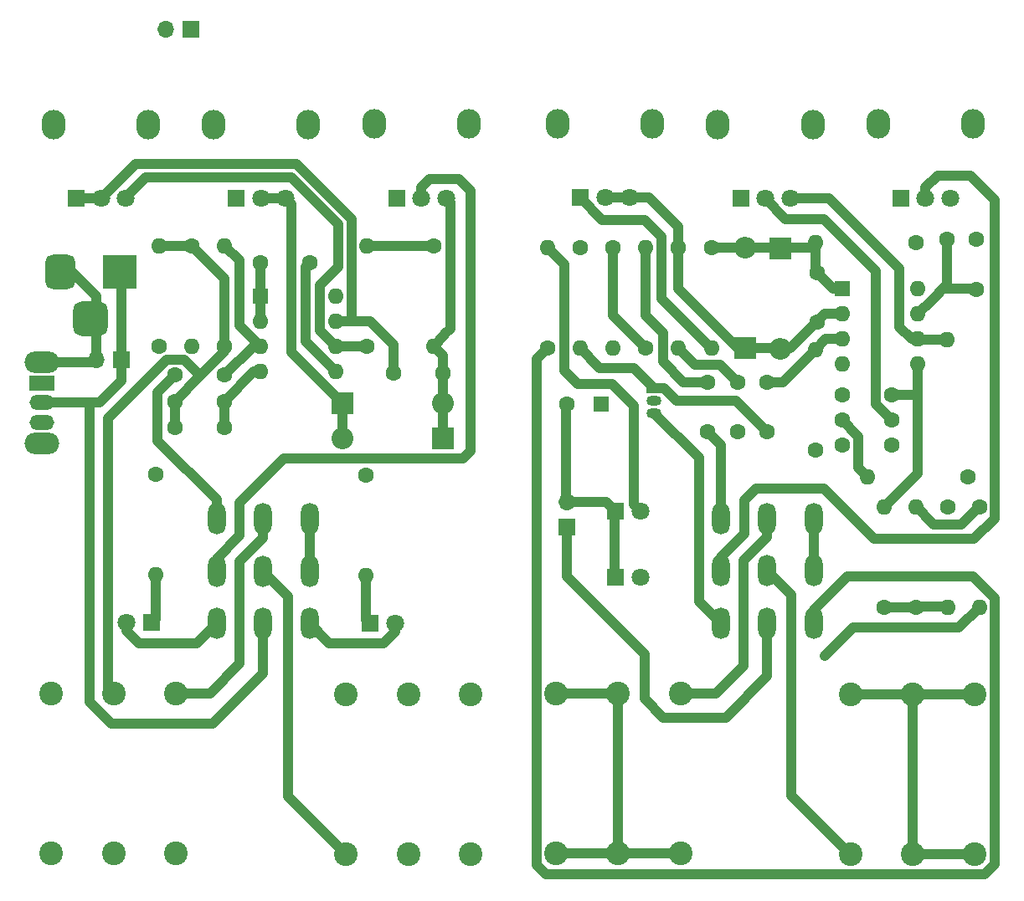
<source format=gbr>
%TF.GenerationSoftware,KiCad,Pcbnew,8.0.6*%
%TF.CreationDate,2024-12-07T22:30:06+02:00*%
%TF.ProjectId,DistorsionPedals,44697374-6f72-4736-996f-6e506564616c,rev?*%
%TF.SameCoordinates,Original*%
%TF.FileFunction,Copper,L1,Top*%
%TF.FilePolarity,Positive*%
%FSLAX46Y46*%
G04 Gerber Fmt 4.6, Leading zero omitted, Abs format (unit mm)*
G04 Created by KiCad (PCBNEW 8.0.6) date 2024-12-07 22:30:06*
%MOMM*%
%LPD*%
G01*
G04 APERTURE LIST*
G04 Aperture macros list*
%AMRoundRect*
0 Rectangle with rounded corners*
0 $1 Rounding radius*
0 $2 $3 $4 $5 $6 $7 $8 $9 X,Y pos of 4 corners*
0 Add a 4 corners polygon primitive as box body*
4,1,4,$2,$3,$4,$5,$6,$7,$8,$9,$2,$3,0*
0 Add four circle primitives for the rounded corners*
1,1,$1+$1,$2,$3*
1,1,$1+$1,$4,$5*
1,1,$1+$1,$6,$7*
1,1,$1+$1,$8,$9*
0 Add four rect primitives between the rounded corners*
20,1,$1+$1,$2,$3,$4,$5,0*
20,1,$1+$1,$4,$5,$6,$7,0*
20,1,$1+$1,$6,$7,$8,$9,0*
20,1,$1+$1,$8,$9,$2,$3,0*%
G04 Aperture macros list end*
%TA.AperFunction,ComponentPad*%
%ADD10O,2.400000X3.000000*%
%TD*%
%TA.AperFunction,ComponentPad*%
%ADD11R,1.800000X1.800000*%
%TD*%
%TA.AperFunction,ComponentPad*%
%ADD12C,1.800000*%
%TD*%
%TA.AperFunction,ComponentPad*%
%ADD13C,1.600000*%
%TD*%
%TA.AperFunction,ComponentPad*%
%ADD14O,1.600000X1.600000*%
%TD*%
%TA.AperFunction,ComponentPad*%
%ADD15C,2.400000*%
%TD*%
%TA.AperFunction,ComponentPad*%
%ADD16R,1.500000X1.050000*%
%TD*%
%TA.AperFunction,ComponentPad*%
%ADD17O,1.500000X1.050000*%
%TD*%
%TA.AperFunction,ComponentPad*%
%ADD18R,2.200000X2.200000*%
%TD*%
%TA.AperFunction,ComponentPad*%
%ADD19O,2.200000X2.200000*%
%TD*%
%TA.AperFunction,ComponentPad*%
%ADD20R,1.700000X1.700000*%
%TD*%
%TA.AperFunction,ComponentPad*%
%ADD21O,1.700000X1.700000*%
%TD*%
%TA.AperFunction,ComponentPad*%
%ADD22R,1.600000X1.600000*%
%TD*%
%TA.AperFunction,ComponentPad*%
%ADD23O,1.800000X3.200000*%
%TD*%
%TA.AperFunction,ComponentPad*%
%ADD24O,3.500000X2.200000*%
%TD*%
%TA.AperFunction,ComponentPad*%
%ADD25R,2.500000X1.500000*%
%TD*%
%TA.AperFunction,ComponentPad*%
%ADD26O,2.500000X1.500000*%
%TD*%
%TA.AperFunction,ComponentPad*%
%ADD27R,3.500000X3.500000*%
%TD*%
%TA.AperFunction,ComponentPad*%
%ADD28RoundRect,0.750000X-0.750000X-1.000000X0.750000X-1.000000X0.750000X1.000000X-0.750000X1.000000X0*%
%TD*%
%TA.AperFunction,ComponentPad*%
%ADD29RoundRect,0.875000X-0.875000X-0.875000X0.875000X-0.875000X0.875000X0.875000X-0.875000X0.875000X0*%
%TD*%
%TA.AperFunction,ViaPad*%
%ADD30C,0.600000*%
%TD*%
%TA.AperFunction,Conductor*%
%ADD31C,1.000000*%
%TD*%
G04 APERTURE END LIST*
D10*
%TO.P,RV2,*%
%TO.N,*%
X177975049Y-62050304D03*
X187575049Y-62050304D03*
D11*
%TO.P,RV2,1,1*%
%TO.N,Net-(U1B-+)*%
X180275049Y-69550304D03*
D12*
%TO.P,RV2,2,2*%
%TO.N,Net-(C8-Pad2)*%
X182775049Y-69550304D03*
%TO.P,RV2,3,3*%
%TO.N,Net-(U1B--)*%
X185275049Y-69550304D03*
%TD*%
D13*
%TO.P,C7,1*%
%TO.N,GND*%
X190535049Y-89395304D03*
%TO.P,C7,2*%
%TO.N,Net-(U1B-+)*%
X195535049Y-89395304D03*
%TD*%
%TO.P,R14,1*%
%TO.N,N/C*%
X160755049Y-84655304D03*
D14*
%TO.P,R14,2*%
%TO.N,Net-(D4-A)*%
X160755049Y-74495304D03*
%TD*%
D15*
%TO.P,J2,CGND*%
%TO.N,+4.5V*%
X203975049Y-119725304D03*
%TO.P,J2,GND*%
X203975049Y-135925304D03*
%TO.P,J2,L*%
%TO.N,N/C*%
X191375049Y-135925304D03*
%TO.P,J2,LGND*%
%TO.N,+4.5V*%
X191375049Y-119725304D03*
%TO.P,J2,R*%
X197675049Y-135925304D03*
%TO.P,J2,RGND*%
X197675049Y-119725304D03*
%TD*%
D11*
%TO.P,D4,1,K*%
%TO.N,GND*%
X167575049Y-101150304D03*
D12*
%TO.P,D4,2,A*%
%TO.N,Net-(D4-A)*%
X170115049Y-101150304D03*
%TD*%
D13*
%TO.P,R8,1*%
%TO.N,N/C*%
X177315049Y-74505304D03*
D14*
%TO.P,R8,2*%
X177315049Y-84665304D03*
%TD*%
D13*
%TO.P,R6,1*%
%TO.N,Net-(D1-K)*%
X173955049Y-74495304D03*
D14*
%TO.P,R6,2*%
%TO.N,Net-(C4-Pad1)*%
X173955049Y-84655304D03*
%TD*%
D10*
%TO.P,RV3,*%
%TO.N,*%
X194175049Y-62000304D03*
X203775049Y-62000304D03*
D11*
%TO.P,RV3,1,1*%
%TO.N,N/C*%
X196475049Y-69500304D03*
D12*
%TO.P,RV3,2,2*%
X198975049Y-69500304D03*
%TO.P,RV3,3,3*%
%TO.N,GND*%
X201475049Y-69500304D03*
%TD*%
D13*
%TO.P,R5,1*%
%TO.N,GND*%
X164055049Y-74515304D03*
D14*
%TO.P,R5,2*%
%TO.N,N/C*%
X164055049Y-84675304D03*
%TD*%
D11*
%TO.P,D3,1,K*%
%TO.N,GND*%
X167575049Y-107900304D03*
D12*
%TO.P,D3,2,A*%
%TO.N,N/C*%
X170115049Y-107900304D03*
%TD*%
D13*
%TO.P,R4,1*%
%TO.N,N/C*%
X167375049Y-74520304D03*
D14*
%TO.P,R4,2*%
%TO.N,+4.5V*%
X167375049Y-84680304D03*
%TD*%
D16*
%TO.P,Q1,1,E*%
%TO.N,N/C*%
X171545049Y-88695304D03*
D17*
%TO.P,Q1,2,B*%
X171545049Y-89965304D03*
%TO.P,Q1,3,C*%
%TO.N,+9V*%
X171545049Y-91235304D03*
%TD*%
D13*
%TO.P,R10,1*%
%TO.N,+4.5V*%
X194805049Y-110910304D03*
D14*
%TO.P,R10,2*%
%TO.N,Net-(U1B-+)*%
X194805049Y-100750304D03*
%TD*%
D13*
%TO.P,R3,1*%
%TO.N,N/C*%
X170655049Y-84675304D03*
D14*
%TO.P,R3,2*%
%TO.N,Net-(C1-Pad2)*%
X170655049Y-74515304D03*
%TD*%
D10*
%TO.P,RV1,*%
%TO.N,*%
X161775049Y-61975304D03*
X171375049Y-61975304D03*
D11*
%TO.P,RV1,1,1*%
%TO.N,N/C*%
X164075049Y-69475304D03*
D12*
%TO.P,RV1,2,2*%
%TO.N,Net-(D1-K)*%
X166575049Y-69475304D03*
%TO.P,RV1,3,3*%
X169075049Y-69475304D03*
%TD*%
D13*
%TO.P,R7,1*%
%TO.N,+4.5V*%
X187815049Y-94995304D03*
D14*
%TO.P,R7,2*%
%TO.N,Net-(U1A-+)*%
X187815049Y-84835304D03*
%TD*%
D13*
%TO.P,C3,1*%
%TO.N,GND*%
X195555049Y-94515304D03*
%TO.P,C3,2*%
%TO.N,+4.5V*%
X190555049Y-94515304D03*
%TD*%
D18*
%TO.P,D2,1,K*%
%TO.N,N/C*%
X184295049Y-74565304D03*
D19*
%TO.P,D2,2,A*%
%TO.N,Net-(D1-K)*%
X184295049Y-84725304D03*
%TD*%
D15*
%TO.P,J1,CGND*%
%TO.N,+4.5V*%
X161575049Y-135825304D03*
%TO.P,J1,GND*%
X161575049Y-119625304D03*
%TO.P,J1,L*%
%TO.N,N/C*%
X174175049Y-119625304D03*
%TO.P,J1,LGND*%
%TO.N,+4.5V*%
X174175049Y-135825304D03*
%TO.P,J1,R*%
X167875049Y-119625304D03*
%TO.P,J1,RGND*%
X167875049Y-135825304D03*
%TD*%
D20*
%TO.P,J3,1,Pin_1*%
%TO.N,N/C*%
X162700049Y-102775304D03*
D21*
%TO.P,J3,2,Pin_2*%
%TO.N,GND*%
X162700049Y-100235304D03*
%TD*%
D13*
%TO.P,C1,1*%
%TO.N,N/C*%
X176905049Y-93115304D03*
%TO.P,C1,2*%
%TO.N,Net-(C1-Pad2)*%
X176905049Y-88115304D03*
%TD*%
%TO.P,C9,1*%
%TO.N,N/C*%
X204135049Y-73705304D03*
%TO.P,C9,2*%
X204135049Y-78705304D03*
%TD*%
%TO.P,R1,1*%
%TO.N,+4.5V*%
X198025049Y-110880304D03*
D14*
%TO.P,R1,2*%
%TO.N,+9V*%
X198025049Y-100720304D03*
%TD*%
D13*
%TO.P,R11,1*%
%TO.N,N/C*%
X201155049Y-73675304D03*
D14*
%TO.P,R11,2*%
%TO.N,Net-(U1B--)*%
X201155049Y-83835304D03*
%TD*%
D13*
%TO.P,R13,1*%
%TO.N,+9V*%
X204405049Y-100730304D03*
D14*
%TO.P,R13,2*%
%TO.N,N/C*%
X204405049Y-110890304D03*
%TD*%
D13*
%TO.P,C4,1*%
%TO.N,Net-(C4-Pad1)*%
X179955049Y-88115304D03*
%TO.P,C4,2*%
%TO.N,GND*%
X179955049Y-93115304D03*
%TD*%
%TO.P,C6,1*%
%TO.N,Net-(D1-K)*%
X187985049Y-82065304D03*
%TO.P,C6,2*%
%TO.N,N/C*%
X187985049Y-77065304D03*
%TD*%
%TO.P,R12,1*%
%TO.N,GND*%
X203245049Y-97670304D03*
D14*
%TO.P,R12,2*%
%TO.N,N/C*%
X193085049Y-97670304D03*
%TD*%
D22*
%TO.P,C2,1*%
%TO.N,+4.5V*%
X166175049Y-90350304D03*
D13*
%TO.P,C2,2*%
%TO.N,GND*%
X162675049Y-90350304D03*
%TD*%
D23*
%TO.P,SW1,1,C*%
%TO.N,N/C*%
X178275049Y-101925304D03*
%TO.P,SW1,2,B*%
X182975049Y-101925304D03*
%TO.P,SW1,3,A*%
X187675049Y-101925304D03*
%TO.P,SW1,4,C*%
X178275049Y-107225304D03*
%TO.P,SW1,5,B*%
X182975049Y-107225304D03*
%TO.P,SW1,6,A*%
X187675049Y-107225304D03*
%TO.P,SW1,7,C*%
%TO.N,+9V*%
X178275049Y-112525304D03*
%TO.P,SW1,8,B*%
%TO.N,N/C*%
X182975049Y-112525304D03*
%TO.P,SW1,9,A*%
X187675049Y-112525304D03*
%TD*%
D18*
%TO.P,D1,1,K*%
%TO.N,Net-(D1-K)*%
X180775049Y-84695304D03*
D19*
%TO.P,D1,2,A*%
%TO.N,N/C*%
X180775049Y-74535304D03*
%TD*%
D13*
%TO.P,C5,1*%
%TO.N,Net-(U1A-+)*%
X182955049Y-88115304D03*
%TO.P,C5,2*%
%TO.N,N/C*%
X182955049Y-93115304D03*
%TD*%
%TO.P,C8,1*%
%TO.N,N/C*%
X190555049Y-91965304D03*
%TO.P,C8,2*%
%TO.N,Net-(C8-Pad2)*%
X195555049Y-91965304D03*
%TD*%
%TO.P,R9,1*%
%TO.N,Net-(U1B-+)*%
X198005049Y-73985304D03*
D14*
%TO.P,R9,2*%
%TO.N,N/C*%
X187845049Y-73985304D03*
%TD*%
D13*
%TO.P,R2,1*%
%TO.N,GND*%
X201265049Y-100750304D03*
D14*
%TO.P,R2,2*%
%TO.N,+4.5V*%
X201265049Y-110910304D03*
%TD*%
D22*
%TO.P,U1,1*%
%TO.N,N/C*%
X190585049Y-78695304D03*
D14*
%TO.P,U1,2,-*%
%TO.N,Net-(D1-K)*%
X190585049Y-81235304D03*
%TO.P,U1,3,+*%
%TO.N,Net-(U1A-+)*%
X190585049Y-83775304D03*
%TO.P,U1,4,V-*%
%TO.N,GND*%
X190585049Y-86315304D03*
%TO.P,U1,5,+*%
%TO.N,Net-(U1B-+)*%
X198205049Y-86315304D03*
%TO.P,U1,6,-*%
%TO.N,Net-(U1B--)*%
X198205049Y-83775304D03*
%TO.P,U1,7*%
%TO.N,N/C*%
X198205049Y-81235304D03*
%TO.P,U1,8,V+*%
%TO.N,+9V*%
X198205049Y-78695304D03*
%TD*%
D24*
%TO.P,SW1,*%
%TO.N,GND*%
X109600050Y-86100050D03*
X109600050Y-94300050D03*
D25*
%TO.P,SW1,1,C*%
%TO.N,N/C*%
X109600050Y-88200050D03*
D26*
%TO.P,SW1,2,B*%
X109600050Y-90200050D03*
%TO.P,SW1,3,A*%
X109600050Y-92200050D03*
%TD*%
D13*
%TO.P,R6,1*%
%TO.N,N/C*%
X149200050Y-74320050D03*
D14*
%TO.P,R6,2*%
%TO.N,Net-(D1-K)*%
X149200050Y-84480050D03*
%TD*%
D15*
%TO.P,J3,CGND*%
%TO.N,N/C*%
X110574922Y-135825177D03*
%TO.P,J3,GND*%
X110574922Y-119625177D03*
%TO.P,J3,L*%
X123174922Y-119625177D03*
%TO.P,J3,LGND*%
X123174922Y-135825177D03*
%TO.P,J3,R*%
X116874922Y-119625177D03*
%TO.P,J3,RGND*%
X116874922Y-135825177D03*
%TD*%
D10*
%TO.P,RV2,*%
%TO.N,*%
X126974922Y-62050177D03*
X136574922Y-62050177D03*
D11*
%TO.P,RV2,1,1*%
%TO.N,N/C*%
X129274922Y-69550177D03*
D12*
%TO.P,RV2,2,2*%
X131774922Y-69550177D03*
%TO.P,RV2,3,3*%
X134274922Y-69550177D03*
%TD*%
D11*
%TO.P,D3,1,K*%
%TO.N,N/C*%
X142774950Y-112525150D03*
D12*
%TO.P,D3,2,A*%
X145314950Y-112525150D03*
%TD*%
D13*
%TO.P,R5,1*%
%TO.N,GND*%
X142400050Y-97540050D03*
D14*
%TO.P,R5,2*%
%TO.N,N/C*%
X142400050Y-107700050D03*
%TD*%
D10*
%TO.P,RV3,*%
%TO.N,*%
X143200050Y-62025050D03*
X152800050Y-62025050D03*
D11*
%TO.P,RV3,1,1*%
%TO.N,GND*%
X145500050Y-69525050D03*
D12*
%TO.P,RV3,2,2*%
%TO.N,N/C*%
X148000050Y-69525050D03*
%TO.P,RV3,3,3*%
%TO.N,Net-(D1-K)*%
X150500050Y-69525050D03*
%TD*%
D23*
%TO.P,SW2,1,C*%
%TO.N,N/C*%
X127275050Y-101950050D03*
%TO.P,SW2,2,B*%
X131975050Y-101950050D03*
%TO.P,SW2,3,A*%
X136675050Y-101950050D03*
%TO.P,SW2,4,C*%
X127275050Y-107250050D03*
%TO.P,SW2,5,B*%
X131975050Y-107250050D03*
%TO.P,SW2,6,A*%
X136675050Y-107250050D03*
%TO.P,SW2,7,C*%
X127275050Y-112550050D03*
%TO.P,SW2,8,B*%
X131975050Y-112550050D03*
%TO.P,SW2,9,A*%
X136675050Y-112550050D03*
%TD*%
D27*
%TO.P,J1,1*%
%TO.N,N/C*%
X117500050Y-77000050D03*
D28*
%TO.P,J1,2*%
%TO.N,GND*%
X111500050Y-77000050D03*
D29*
%TO.P,J1,3*%
X114500050Y-81700050D03*
%TD*%
D13*
%TO.P,R7,1*%
%TO.N,GND*%
X121100050Y-97420050D03*
D14*
%TO.P,R7,2*%
%TO.N,Net-(D4-K)*%
X121100050Y-107580050D03*
%TD*%
D15*
%TO.P,J4,CGND*%
%TO.N,N/C*%
X152974922Y-119725177D03*
%TO.P,J4,GND*%
X152974922Y-135925177D03*
%TO.P,J4,L*%
X140374922Y-135925177D03*
%TO.P,J4,LGND*%
X140374922Y-119725177D03*
%TO.P,J4,R*%
X146674922Y-135925177D03*
%TO.P,J4,RGND*%
X146674922Y-119725177D03*
%TD*%
D18*
%TO.P,D2,1,K*%
%TO.N,N/C*%
X140000050Y-90300050D03*
D19*
%TO.P,D2,2,A*%
%TO.N,Net-(D1-K)*%
X150160050Y-90300050D03*
%TD*%
D13*
%TO.P,C3,1*%
%TO.N,Net-(U1B-+)*%
X136674950Y-76075150D03*
%TO.P,C3,2*%
%TO.N,Net-(U1A--)*%
X131674950Y-76075150D03*
%TD*%
%TO.P,C4,1*%
%TO.N,GND*%
X128040050Y-90050050D03*
%TO.P,C4,2*%
%TO.N,N/C*%
X123040050Y-90050050D03*
%TD*%
D18*
%TO.P,D1,1,K*%
%TO.N,Net-(D1-K)*%
X150180050Y-93800050D03*
D19*
%TO.P,D1,2,A*%
%TO.N,N/C*%
X140020050Y-93800050D03*
%TD*%
D10*
%TO.P,RV1,*%
%TO.N,*%
X110800050Y-62050050D03*
X120400050Y-62050050D03*
D11*
%TO.P,RV1,1,1*%
%TO.N,N/C*%
X113100050Y-69550050D03*
D12*
%TO.P,RV1,2,2*%
X115600050Y-69550050D03*
%TO.P,RV1,3,3*%
%TO.N,Net-(U1B--)*%
X118100050Y-69550050D03*
%TD*%
D13*
%TO.P,C1,1*%
%TO.N,N/C*%
X123100050Y-87400050D03*
%TO.P,C1,2*%
%TO.N,Net-(U1A-+)*%
X128100050Y-87400050D03*
%TD*%
%TO.P,R1,1*%
%TO.N,N/C*%
X128100050Y-84480050D03*
D14*
%TO.P,R1,2*%
%TO.N,Net-(U1A-+)*%
X128100050Y-74320050D03*
%TD*%
D13*
%TO.P,C5,1*%
%TO.N,GND*%
X128100050Y-92740050D03*
%TO.P,C5,2*%
%TO.N,N/C*%
X123100050Y-92740050D03*
%TD*%
%TO.P,R4,1*%
%TO.N,Net-(U1B--)*%
X142500050Y-84480050D03*
D14*
%TO.P,R4,2*%
%TO.N,N/C*%
X142500050Y-74320050D03*
%TD*%
D11*
%TO.P,D4,1,K*%
%TO.N,Net-(D4-K)*%
X120749950Y-112475150D03*
D12*
%TO.P,D4,2,A*%
%TO.N,N/C*%
X118209950Y-112475150D03*
%TD*%
D13*
%TO.P,R3,1*%
%TO.N,GND*%
X121500050Y-84520050D03*
D14*
%TO.P,R3,2*%
%TO.N,N/C*%
X121500050Y-74360050D03*
%TD*%
D22*
%TO.P,U1,1*%
%TO.N,Net-(U1A--)*%
X131700050Y-79400050D03*
D14*
%TO.P,U1,2,-*%
X131700050Y-81940050D03*
%TO.P,U1,3,+*%
%TO.N,Net-(U1A-+)*%
X131700050Y-84480050D03*
%TO.P,U1,4,V-*%
%TO.N,GND*%
X131700050Y-87020050D03*
%TO.P,U1,5,+*%
%TO.N,Net-(U1B-+)*%
X139320050Y-87020050D03*
%TO.P,U1,6,-*%
%TO.N,Net-(U1B--)*%
X139320050Y-84480050D03*
%TO.P,U1,7*%
%TO.N,N/C*%
X139320050Y-81940050D03*
%TO.P,U1,8,V+*%
X139320050Y-79400050D03*
%TD*%
D13*
%TO.P,R2,1*%
%TO.N,N/C*%
X124800050Y-74320050D03*
D14*
%TO.P,R2,2*%
X124800050Y-84480050D03*
%TD*%
D20*
%TO.P,JP1,1,A*%
%TO.N,N/C*%
X124724950Y-52425150D03*
D21*
%TO.P,JP1,2,B*%
%TO.N,GND*%
X122184950Y-52425150D03*
%TD*%
D13*
%TO.P,C6,1*%
%TO.N,Net-(D1-K)*%
X150200050Y-87180050D03*
%TO.P,C6,2*%
%TO.N,N/C*%
X145200050Y-87180050D03*
%TD*%
D20*
%TO.P,J2,1,Pin_1*%
%TO.N,N/C*%
X117700050Y-85900050D03*
D21*
%TO.P,J2,2,Pin_2*%
%TO.N,GND*%
X115160050Y-85900050D03*
%TD*%
D30*
%TO.N,*%
X188795049Y-115845304D03*
%TD*%
D31*
%TO.N,*%
X162680049Y-107815304D02*
X162680049Y-102765304D01*
X182955049Y-117890304D02*
X178755049Y-122090304D01*
X172455049Y-122090304D02*
X170555049Y-120190304D01*
X188655049Y-98915304D02*
X193755049Y-104015304D01*
X181855049Y-98915304D02*
X188655049Y-98915304D01*
X200205049Y-67215304D02*
X198975049Y-68445304D01*
X203855049Y-104015304D02*
X205955049Y-101915304D01*
X187655049Y-101915304D02*
X187655049Y-107215304D01*
X180555049Y-106215304D02*
X180555049Y-116840304D01*
X180655049Y-100115304D02*
X181855049Y-98915304D01*
X170555049Y-71690304D02*
X166280049Y-71690304D01*
X180555049Y-116840304D02*
X177780049Y-119615304D01*
%TO.N,Net-(U1B--)*%
X198245049Y-83825304D02*
X198185049Y-83765304D01*
%TO.N,*%
X172305049Y-79665304D02*
X172305049Y-73440304D01*
X177780049Y-119615304D02*
X174155049Y-119615304D01*
%TO.N,Net-(U1B--)*%
X197565049Y-83775304D02*
X198205049Y-83775304D01*
X185275049Y-69550304D02*
X189190049Y-69550304D01*
%TO.N,*%
X206005049Y-136915304D02*
X206005049Y-109965304D01*
X177295049Y-84655304D02*
X172305049Y-79665304D01*
X167355049Y-74510304D02*
X167355049Y-81385304D01*
X193755049Y-104015304D02*
X203855049Y-104015304D01*
X185405049Y-129965304D02*
X191355049Y-135915304D01*
X182955049Y-107215304D02*
X185405049Y-109665304D01*
X170555049Y-115690304D02*
X162680049Y-107815304D01*
X159655049Y-85755304D02*
X159655049Y-137015304D01*
X170555049Y-120190304D02*
X170555049Y-115690304D01*
X185405049Y-109665304D02*
X185405049Y-129965304D01*
X167355049Y-81385304D02*
X170635049Y-84665304D01*
%TO.N,Net-(U1B--)*%
X189190049Y-69550304D02*
X196305049Y-76665304D01*
%TO.N,Net-(D4-A)*%
X167255049Y-88315304D02*
X169455049Y-90515304D01*
X162455049Y-86965304D02*
X163805049Y-88315304D01*
%TO.N,Net-(U1B--)*%
X196305049Y-82515304D02*
X197565049Y-83775304D01*
%TO.N,*%
X205955049Y-69665304D02*
X203505049Y-67215304D01*
X182955049Y-101915304D02*
X182955049Y-103815304D01*
%TO.N,Net-(U1B--)*%
X196305049Y-76665304D02*
X196305049Y-82515304D01*
%TO.N,*%
X178755049Y-122090304D02*
X172455049Y-122090304D01*
X198975049Y-68445304D02*
X198975049Y-69500304D01*
%TO.N,Net-(D4-A)*%
X169455049Y-100490304D02*
X170115049Y-101150304D01*
%TO.N,*%
X160755049Y-84655304D02*
X159655049Y-85755304D01*
X182955049Y-103815304D02*
X180555049Y-106215304D01*
X182955049Y-112515304D02*
X182955049Y-117890304D01*
X178275049Y-107225304D02*
X178275049Y-105845304D01*
X187675049Y-111145304D02*
X187675049Y-112525304D01*
X206005049Y-109965304D02*
X203805049Y-107765304D01*
X166280049Y-71690304D02*
X164055049Y-69465304D01*
X191055049Y-107765304D02*
X187675049Y-111145304D01*
X203805049Y-107765304D02*
X191055049Y-107765304D01*
X178275049Y-105845304D02*
X180655049Y-103465304D01*
X205955049Y-101915304D02*
X205955049Y-69665304D01*
X159655049Y-137015304D02*
X160605049Y-137965304D01*
%TO.N,Net-(U1B--)*%
X201135049Y-83825304D02*
X198245049Y-83825304D01*
%TO.N,Net-(D4-A)*%
X163805049Y-88315304D02*
X167255049Y-88315304D01*
%TO.N,*%
X180655049Y-103465304D02*
X180655049Y-100115304D01*
X204955049Y-137965304D02*
X206005049Y-136915304D01*
%TO.N,Net-(D4-A)*%
X160755049Y-74495304D02*
X162455049Y-76195304D01*
X162455049Y-76195304D02*
X162455049Y-86965304D01*
%TO.N,*%
X160605049Y-137965304D02*
X204955049Y-137965304D01*
X172305049Y-73440304D02*
X170555049Y-71690304D01*
X203505049Y-67215304D02*
X200205049Y-67215304D01*
%TO.N,Net-(D4-A)*%
X169455049Y-90515304D02*
X169455049Y-100490304D01*
%TO.N,*%
X199662549Y-79747804D02*
X198185049Y-81225304D01*
%TO.N,Net-(U1B-+)*%
X198205049Y-97350304D02*
X198205049Y-86315304D01*
%TO.N,*%
X192205049Y-96815304D02*
X192205049Y-93615304D01*
%TO.N,Net-(U1B-+)*%
X195515049Y-89385304D02*
X198135049Y-89385304D01*
X198185049Y-89335304D02*
X198185049Y-86305304D01*
%TO.N,Net-(D1-K)*%
X173935049Y-78670304D02*
X179950049Y-84685304D01*
%TO.N,Net-(U1B-+)*%
X194805049Y-100750304D02*
X198205049Y-97350304D01*
%TO.N,*%
X191695049Y-112945304D02*
X202350049Y-112945304D01*
X201135049Y-78275304D02*
X199662549Y-79747804D01*
X188795049Y-115845304D02*
X191695049Y-112945304D01*
X202350049Y-112945304D02*
X204405049Y-110890304D01*
X193050049Y-97660304D02*
X192205049Y-96815304D01*
%TO.N,Net-(D1-K)*%
X180755049Y-84685304D02*
X184245049Y-84685304D01*
%TO.N,Net-(C8-Pad2)*%
X193955049Y-76865304D02*
X188705049Y-71615304D01*
%TO.N,Net-(D1-K)*%
X171030049Y-69465304D02*
X173935049Y-72370304D01*
%TO.N,Net-(U1B-+)*%
X198135049Y-89385304D02*
X198185049Y-89335304D01*
%TO.N,Net-(D1-K)*%
X179950049Y-84685304D02*
X180755049Y-84685304D01*
%TO.N,*%
X200715049Y-78695304D02*
X199662549Y-79747804D01*
X193065049Y-97660304D02*
X193050049Y-97660304D01*
%TO.N,Net-(C8-Pad2)*%
X184840049Y-71615304D02*
X182775049Y-69550304D01*
X188705049Y-71615304D02*
X184840049Y-71615304D01*
X193955049Y-90365304D02*
X193955049Y-76865304D01*
X195555049Y-91965304D02*
X193955049Y-90365304D01*
%TO.N,*%
X204115049Y-78695304D02*
X200715049Y-78695304D01*
X192205049Y-93615304D02*
X190555049Y-91965304D01*
%TO.N,Net-(D1-K)*%
X184245049Y-84685304D02*
X184275049Y-84715304D01*
%TO.N,*%
X201135049Y-73665304D02*
X201135049Y-78275304D01*
%TO.N,Net-(U1A-+)*%
X188875049Y-83775304D02*
X190585049Y-83775304D01*
%TO.N,+4.5V*%
X161555049Y-135815304D02*
X174155049Y-135815304D01*
X167855049Y-119615304D02*
X167855049Y-135815304D01*
X197655049Y-135915304D02*
X203955049Y-135915304D01*
%TO.N,*%
X179805049Y-89965304D02*
X173755049Y-89965304D01*
X187825049Y-73975304D02*
X187305049Y-74495304D01*
X190565049Y-78685304D02*
X189595049Y-78685304D01*
%TO.N,+4.5V*%
X197655049Y-119715304D02*
X197655049Y-135915304D01*
%TO.N,*%
X187825049Y-76915304D02*
X187825049Y-73975304D01*
X172485049Y-88695304D02*
X171545049Y-88695304D01*
X171545049Y-88695304D02*
X169515049Y-86665304D01*
%TO.N,Net-(C4-Pad1)*%
X173955049Y-84655304D02*
X175665049Y-86365304D01*
X178205049Y-86365304D02*
X179955049Y-88115304D01*
%TO.N,+4.5V*%
X201215049Y-110870304D02*
X201245049Y-110900304D01*
%TO.N,*%
X189595049Y-78685304D02*
X187825049Y-76915304D01*
X169515049Y-86665304D02*
X166045049Y-86665304D01*
%TO.N,Net-(U1A-+)*%
X184535049Y-88115304D02*
X187815049Y-84835304D01*
%TO.N,*%
X173105049Y-89315304D02*
X172485049Y-88695304D01*
X166045049Y-86665304D02*
X164055049Y-84675304D01*
%TO.N,Net-(C4-Pad1)*%
X175665049Y-86365304D02*
X178205049Y-86365304D01*
%TO.N,+4.5V*%
X197975049Y-110900304D02*
X198005049Y-110870304D01*
%TO.N,Net-(D1-K)*%
X185305049Y-84715304D02*
X184275049Y-84715304D01*
X188795049Y-81225304D02*
X190565049Y-81225304D01*
X173935049Y-72370304D02*
X173935049Y-74485304D01*
X187965049Y-82055304D02*
X185305049Y-84715304D01*
X166555049Y-69465304D02*
X171030049Y-69465304D01*
%TO.N,*%
X187305049Y-74495304D02*
X177295049Y-74495304D01*
X173755049Y-89965304D02*
X173105049Y-89315304D01*
%TO.N,Net-(U1A-+)*%
X187815049Y-84835304D02*
X188875049Y-83775304D01*
%TO.N,*%
X182955049Y-93115304D02*
X179805049Y-89965304D01*
%TO.N,Net-(D1-K)*%
X173935049Y-74485304D02*
X173935049Y-78670304D01*
X187965049Y-82055304D02*
X188795049Y-81225304D01*
%TO.N,Net-(U1A-+)*%
X182955049Y-88115304D02*
X184535049Y-88115304D01*
%TO.N,+4.5V*%
X194785049Y-110900304D02*
X197975049Y-110900304D01*
%TO.N,+9V*%
X202590049Y-102515304D02*
X204385049Y-100720304D01*
X198005049Y-100710304D02*
X199810049Y-102515304D01*
X199810049Y-102515304D02*
X202590049Y-102515304D01*
%TO.N,GND*%
X162655049Y-90340304D02*
X162655049Y-100200304D01*
X167555049Y-101140304D02*
X167555049Y-107890304D01*
X166640049Y-100225304D02*
X167555049Y-101140304D01*
%TO.N,+9V*%
X171545049Y-91235304D02*
X176105049Y-95795304D01*
X176105049Y-95795304D02*
X176105049Y-110355304D01*
%TO.N,GND*%
X162680049Y-100225304D02*
X166640049Y-100225304D01*
X162655049Y-100200304D02*
X162680049Y-100225304D01*
%TO.N,Net-(C1-Pad2)*%
X172405049Y-83115304D02*
X170655049Y-81365304D01*
%TO.N,GND*%
X203225049Y-97660304D02*
X203205049Y-97640304D01*
%TO.N,Net-(C1-Pad2)*%
X176905049Y-88115304D02*
X174505049Y-88115304D01*
X170655049Y-81365304D02*
X170655049Y-74515304D01*
X172405049Y-86015304D02*
X172405049Y-83115304D01*
%TO.N,+9V*%
X176105049Y-110355304D02*
X178275049Y-112525304D01*
%TO.N,Net-(C1-Pad2)*%
X174505049Y-88115304D02*
X172405049Y-86015304D01*
%TO.N,+4.5V*%
X203955049Y-119715304D02*
X191355049Y-119715304D01*
X161555049Y-119615304D02*
X167855049Y-119615304D01*
X198005049Y-110870304D02*
X201215049Y-110870304D01*
%TO.N,*%
X178275049Y-94485304D02*
X178275049Y-101925304D01*
X176905049Y-93115304D02*
X178275049Y-94485304D01*
X148000050Y-68400050D02*
X148000050Y-69525050D01*
X152924950Y-68725150D02*
X151774950Y-67575150D01*
X134074950Y-95875150D02*
X152174950Y-95875150D01*
X148824950Y-67575150D02*
X148000050Y-68400050D01*
X129624950Y-103625150D02*
X129624950Y-100325150D01*
X151774950Y-67575150D02*
X148824950Y-67575150D01*
X129624950Y-100325150D02*
X134074950Y-95875150D01*
X127275050Y-107250050D02*
X127275050Y-105975050D01*
X152924950Y-95125150D02*
X152924950Y-68725150D01*
X125619950Y-87470150D02*
X123040050Y-90050050D01*
X127275050Y-105975050D02*
X129624950Y-103625150D01*
X128100050Y-84480050D02*
X128100050Y-84990050D01*
X152174950Y-95875150D02*
X152924950Y-95125150D01*
X123100050Y-90110050D02*
X123040050Y-90050050D01*
X116874922Y-119625177D02*
X116324950Y-119075205D01*
X116324950Y-119075205D02*
X116324950Y-91775150D01*
X128100050Y-84990050D02*
X125619950Y-87470150D01*
X121500050Y-74360050D02*
X124760050Y-74360050D01*
X142500050Y-74320050D02*
X149200050Y-74320050D01*
X128100050Y-84480050D02*
X128100050Y-77620050D01*
X124760050Y-74360050D02*
X124800050Y-74320050D01*
X121324950Y-94075150D02*
X127275050Y-100025250D01*
X128100050Y-77620050D02*
X124800050Y-74320050D01*
X122224950Y-85875150D02*
X124024950Y-85875150D01*
X116324950Y-91775150D02*
X122224950Y-85875150D01*
X124024950Y-85875150D02*
X125619950Y-87470150D01*
X123100050Y-92740050D02*
X123100050Y-90110050D01*
X134524950Y-109799950D02*
X134524950Y-130075205D01*
X121324950Y-89175150D02*
X121324950Y-94075150D01*
X134524950Y-130075205D02*
X140374922Y-135925177D01*
X129624950Y-116625150D02*
X129624950Y-106275150D01*
X136675050Y-107250050D02*
X136675050Y-101950050D01*
X126624923Y-119625177D02*
X129624950Y-116625150D01*
X131975050Y-107250050D02*
X134524950Y-109799950D01*
X127275050Y-100025250D02*
X127275050Y-101950050D01*
X129624950Y-106275150D02*
X131975050Y-103925050D01*
X123174922Y-119625177D02*
X126624923Y-119625177D01*
X123100050Y-87400050D02*
X121324950Y-89175150D01*
%TO.N,Net-(U1B--)*%
X118100050Y-69550050D02*
X118100050Y-69450050D01*
%TO.N,*%
X131975050Y-117625050D02*
X126924950Y-122675150D01*
X131975050Y-103925050D02*
X131975050Y-101950050D01*
X114424950Y-120475150D02*
X114424950Y-90550050D01*
%TO.N,Net-(D4-K)*%
X121100050Y-112125050D02*
X120749950Y-112475150D01*
%TO.N,*%
X117700050Y-87950050D02*
X117700050Y-85900050D01*
X109600050Y-90200050D02*
X114074950Y-90200050D01*
X131975050Y-112550050D02*
X131975050Y-117625050D01*
X115450050Y-90200050D02*
X117700050Y-87950050D01*
X126924950Y-122675150D02*
X116624950Y-122675150D01*
X114074950Y-90200050D02*
X115450050Y-90200050D01*
%TO.N,Net-(U1B--)*%
X134874950Y-67425150D02*
X139574950Y-72125150D01*
%TO.N,*%
X114424950Y-90550050D02*
X114074950Y-90200050D01*
X117500050Y-77000050D02*
X117700050Y-77200050D01*
X117700050Y-77200050D02*
X117700050Y-85900050D01*
%TO.N,Net-(D4-K)*%
X121100050Y-107580050D02*
X121100050Y-112125050D01*
%TO.N,*%
X116624950Y-122675150D02*
X114424950Y-120475150D01*
%TO.N,Net-(U1B--)*%
X118100050Y-69450050D02*
X120124950Y-67425150D01*
X139320050Y-84480050D02*
X142500050Y-84480050D01*
X139574950Y-72125150D02*
X139574950Y-76475150D01*
%TO.N,*%
X119474950Y-114575150D02*
X125249950Y-114575150D01*
%TO.N,Net-(U1B--)*%
X120124950Y-67425150D02*
X134874950Y-67425150D01*
%TO.N,*%
X125249950Y-114575150D02*
X127275050Y-112550050D01*
%TO.N,Net-(U1B--)*%
X137724950Y-78325150D02*
X137724950Y-82884950D01*
X139574950Y-76475150D02*
X137724950Y-78325150D01*
%TO.N,*%
X118209950Y-112475150D02*
X118209950Y-113310150D01*
%TO.N,Net-(U1B--)*%
X137724950Y-82884950D02*
X139320050Y-84480050D01*
%TO.N,*%
X113100050Y-69550050D02*
X115600050Y-69550050D01*
X140974950Y-81940050D02*
X142789850Y-81940050D01*
X140974950Y-71675150D02*
X140974950Y-81940050D01*
X139320050Y-81940050D02*
X140974950Y-81940050D01*
X119124950Y-66025150D02*
X135324950Y-66025150D01*
X145314950Y-112525150D02*
X145314950Y-113385150D01*
X140020050Y-93800050D02*
X140020050Y-90320050D01*
X140000050Y-90300050D02*
X134824950Y-85124950D01*
X134824950Y-85124950D02*
X134824950Y-70100205D01*
X131774922Y-69550177D02*
X134274922Y-69550177D01*
X140020050Y-90320050D02*
X140000050Y-90300050D01*
X144174950Y-114525150D02*
X138650150Y-114525150D01*
X142789850Y-81940050D02*
X145200050Y-84350250D01*
X118209950Y-113310150D02*
X119474950Y-114575150D01*
X135324950Y-66025150D02*
X140974950Y-71675150D01*
X138650150Y-114525150D02*
X136675050Y-112550050D01*
X145314950Y-113385150D02*
X144174950Y-114525150D01*
X115600050Y-69550050D02*
X119124950Y-66025150D01*
X145200050Y-84350250D02*
X145200050Y-87180050D01*
X134824950Y-70100205D02*
X134274922Y-69550177D01*
%TO.N,Net-(D1-K)*%
X150180050Y-85460050D02*
X149200050Y-84480050D01*
X150374950Y-83305150D02*
X149200050Y-84480050D01*
X150374950Y-83275150D02*
X150374950Y-83305150D01*
%TO.N,Net-(U1A-+)*%
X128100050Y-74320050D02*
X129574950Y-75794950D01*
X129574950Y-75794950D02*
X129574950Y-82354950D01*
X131020050Y-84480050D02*
X128100050Y-87400050D01*
X131700050Y-84480050D02*
X131020050Y-84480050D01*
X129574950Y-82354950D02*
X131700050Y-84480050D01*
%TO.N,GND*%
X109600050Y-86100050D02*
X114960050Y-86100050D01*
X131070050Y-87020050D02*
X128040050Y-90050050D01*
%TO.N,Net-(D1-K)*%
X150500050Y-69525050D02*
X150924950Y-69949950D01*
%TO.N,Net-(U1B-+)*%
X136274950Y-76475150D02*
X136274950Y-83974950D01*
%TO.N,Net-(D1-K)*%
X150924950Y-69949950D02*
X150924950Y-82725150D01*
%TO.N,GND*%
X111500050Y-77000050D02*
X112699850Y-77000050D01*
%TO.N,Net-(U1B-+)*%
X136674950Y-76075150D02*
X136274950Y-76475150D01*
%TO.N,GND*%
X128100050Y-92740050D02*
X128100050Y-90110050D01*
%TO.N,Net-(D1-K)*%
X150924950Y-82725150D02*
X150374950Y-83275150D01*
%TO.N,GND*%
X112699850Y-77000050D02*
X115160050Y-79460250D01*
X114960050Y-86100050D02*
X115160050Y-85900050D01*
X128100050Y-90110050D02*
X128040050Y-90050050D01*
X115160050Y-79460250D02*
X115160050Y-85900050D01*
%TO.N,Net-(U1B-+)*%
X136274950Y-83974950D02*
X139320050Y-87020050D01*
%TO.N,Net-(U1A--)*%
X131674950Y-76075150D02*
X131674950Y-79374950D01*
%TO.N,GND*%
X131700050Y-87020050D02*
X131070050Y-87020050D01*
%TO.N,*%
X142400050Y-112150250D02*
X142774950Y-112525150D01*
%TO.N,Net-(U1A--)*%
X131700050Y-81940050D02*
X131700050Y-79400050D01*
X131674950Y-79374950D02*
X131700050Y-79400050D01*
%TO.N,*%
X142400050Y-107700050D02*
X142400050Y-112150250D01*
%TO.N,Net-(D1-K)*%
X150180050Y-93800050D02*
X150180050Y-85460050D01*
%TD*%
M02*

</source>
